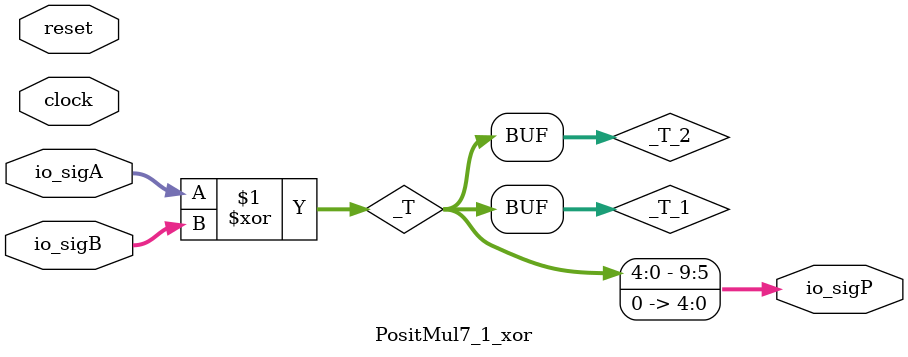
<source format=v>
module PositMul7_1_xor(
  input        clock,
  input        reset,
  input  [4:0] io_sigA,
  input  [4:0] io_sigB,
  output [9:0] io_sigP
);
  wire [4:0] _T; // @[PositMul.scala 51:23]
  wire [4:0] _T_1; // @[PositMul.scala 51:23]
  wire [4:0] _T_2; // @[Cat.scala 29:58]
  assign _T = $signed(io_sigA) ^ $signed(io_sigB); // @[PositMul.scala 51:23]
  assign _T_1 = $signed(_T); // @[PositMul.scala 51:23]
  assign _T_2 = $unsigned(_T_1); // @[Cat.scala 29:58]
  assign io_sigP = {_T_2,5'h0}; // @[PositMul.scala 51:9]
endmodule

</source>
